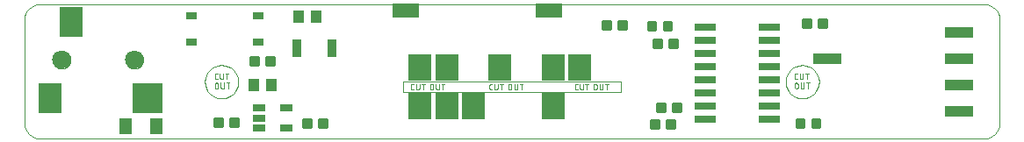
<source format=gts>
G04 EAGLE Gerber RS-274X export*
G75*
%MOMM*%
%FSLAX34Y34*%
%LPD*%
%INSolder Mask top*%
%IPPOS*%
%AMOC8*
5,1,8,0,0,1.08239X$1,22.5*%
G01*
%ADD10C,0.001000*%
%ADD11C,0.050800*%
%ADD12R,2.133600X0.762000*%
%ADD13R,1.301600X1.501600*%
%ADD14R,1.101600X0.701600*%
%ADD15C,0.326897*%
%ADD16R,2.801600X1.101600*%
%ADD17R,2.641600X1.371600*%
%ADD18R,1.301600X0.791600*%
%ADD19C,0.000000*%
%ADD20C,1.801600*%
%ADD21R,2.301600X2.901600*%
%ADD22R,2.901600X2.901600*%
%ADD23R,2.260600X2.641600*%
%ADD24R,0.901600X1.801600*%
%ADD25R,1.101600X1.201600*%


D10*
X23631Y143928D02*
X933481Y143928D01*
X936509Y143620D01*
X939335Y142739D01*
X941895Y141345D01*
X944128Y139500D01*
X945973Y137267D01*
X947367Y134707D01*
X948248Y131881D01*
X948556Y128853D01*
X948556Y29003D01*
X948248Y25975D01*
X947367Y23149D01*
X945973Y20589D01*
X944128Y18356D01*
X941895Y16511D01*
X939335Y15117D01*
X936509Y14236D01*
X933481Y13928D01*
X23631Y13928D01*
X20603Y14236D01*
X17777Y15117D01*
X15217Y16511D01*
X12984Y18356D01*
X11139Y20589D01*
X9745Y23149D01*
X8864Y25975D01*
X8556Y29003D01*
X8556Y128853D01*
X8864Y131881D01*
X9745Y134707D01*
X11139Y137267D01*
X12984Y139500D01*
X15217Y141345D01*
X17777Y142739D01*
X20603Y143620D01*
X23631Y143928D01*
X758556Y84978D02*
X761791Y84652D01*
X764803Y83717D01*
X767530Y82237D01*
X769905Y80277D01*
X771865Y77902D01*
X773345Y75175D01*
X774280Y72163D01*
X774606Y68928D01*
X774280Y65693D01*
X773345Y62681D01*
X771865Y59954D01*
X769905Y57579D01*
X767530Y55619D01*
X764803Y54139D01*
X761791Y53204D01*
X758556Y52878D01*
X755321Y53204D01*
X752309Y54139D01*
X749582Y55619D01*
X747207Y57579D01*
X745247Y59954D01*
X743767Y62681D01*
X742832Y65693D01*
X742506Y68928D01*
X742832Y72163D01*
X743767Y75175D01*
X745247Y77902D01*
X747207Y80277D01*
X749582Y82237D01*
X752309Y83717D01*
X755321Y84652D01*
X758556Y84978D01*
X201791Y84652D02*
X198556Y84978D01*
X201791Y84652D02*
X204803Y83717D01*
X207530Y82237D01*
X209905Y80277D01*
X211865Y77902D01*
X213345Y75175D01*
X214280Y72163D01*
X214606Y68928D01*
X214280Y65693D01*
X213345Y62681D01*
X211865Y59954D01*
X209905Y57579D01*
X207530Y55619D01*
X204803Y54139D01*
X201791Y53204D01*
X198556Y52878D01*
X195321Y53204D01*
X192309Y54139D01*
X189582Y55619D01*
X187207Y57579D01*
X185247Y59954D01*
X183767Y62681D01*
X182832Y65693D01*
X182506Y68928D01*
X182832Y72163D01*
X183767Y75175D01*
X185247Y77902D01*
X187207Y80277D01*
X189582Y82237D01*
X192309Y83717D01*
X195321Y84652D01*
X198556Y84978D01*
X373556Y58928D02*
X583556Y58928D01*
X583556Y68928D01*
X373556Y68928D01*
X373556Y58928D01*
X755425Y84670D02*
X758556Y84978D01*
X755425Y84670D02*
X752414Y83756D01*
X749639Y82273D01*
X747207Y80277D01*
X745211Y77845D01*
X743728Y75070D01*
X742814Y72059D01*
X742506Y68928D01*
X742814Y65797D01*
X743728Y62786D01*
X745211Y60011D01*
X747207Y57579D01*
X749639Y55583D01*
X752414Y54100D01*
X755425Y53186D01*
X758556Y52878D01*
X761687Y53186D01*
X764698Y54100D01*
X767473Y55583D01*
X769905Y57579D01*
X771901Y60011D01*
X773384Y62786D01*
X774298Y65797D01*
X774606Y68928D01*
X774298Y72059D01*
X773384Y75070D01*
X771901Y77845D01*
X769905Y80277D01*
X767473Y82273D01*
X764698Y83756D01*
X761687Y84670D01*
X758556Y84978D01*
X198556Y84978D02*
X195425Y84670D01*
X192414Y83756D01*
X189639Y82273D01*
X187207Y80277D01*
X185211Y77845D01*
X183728Y75070D01*
X182814Y72059D01*
X182506Y68928D01*
X182814Y65797D01*
X183728Y62786D01*
X185211Y60011D01*
X187207Y57579D01*
X189639Y55583D01*
X192414Y54100D01*
X195425Y53186D01*
X198556Y52878D01*
X201687Y53186D01*
X204698Y54100D01*
X207473Y55583D01*
X209905Y57579D01*
X211901Y60011D01*
X213384Y62786D01*
X214298Y65797D01*
X214606Y68928D01*
X214298Y72059D01*
X213384Y75070D01*
X211901Y77845D01*
X209905Y80277D01*
X207473Y82273D01*
X204698Y83756D01*
X201687Y84670D01*
X198556Y84978D01*
D11*
X194738Y71398D02*
X193496Y71398D01*
X193426Y71400D01*
X193357Y71406D01*
X193288Y71416D01*
X193220Y71429D01*
X193152Y71447D01*
X193086Y71468D01*
X193021Y71493D01*
X192957Y71521D01*
X192895Y71553D01*
X192835Y71588D01*
X192777Y71627D01*
X192722Y71669D01*
X192668Y71714D01*
X192618Y71762D01*
X192570Y71812D01*
X192525Y71866D01*
X192483Y71921D01*
X192444Y71979D01*
X192409Y72039D01*
X192377Y72101D01*
X192349Y72165D01*
X192324Y72230D01*
X192303Y72296D01*
X192285Y72364D01*
X192272Y72432D01*
X192262Y72501D01*
X192256Y72570D01*
X192254Y72640D01*
X192254Y75744D01*
X192256Y75814D01*
X192262Y75883D01*
X192272Y75952D01*
X192285Y76020D01*
X192303Y76088D01*
X192324Y76154D01*
X192349Y76219D01*
X192377Y76283D01*
X192409Y76345D01*
X192444Y76405D01*
X192483Y76463D01*
X192525Y76518D01*
X192570Y76572D01*
X192618Y76622D01*
X192668Y76670D01*
X192722Y76715D01*
X192777Y76757D01*
X192835Y76796D01*
X192895Y76831D01*
X192957Y76863D01*
X193021Y76891D01*
X193086Y76916D01*
X193152Y76937D01*
X193220Y76955D01*
X193288Y76968D01*
X193357Y76978D01*
X193426Y76984D01*
X193496Y76986D01*
X194738Y76986D01*
X197025Y76986D02*
X197025Y72950D01*
X197027Y72873D01*
X197033Y72795D01*
X197042Y72719D01*
X197056Y72642D01*
X197073Y72567D01*
X197094Y72493D01*
X197119Y72419D01*
X197147Y72347D01*
X197179Y72277D01*
X197214Y72208D01*
X197253Y72141D01*
X197295Y72076D01*
X197340Y72013D01*
X197388Y71952D01*
X197439Y71894D01*
X197493Y71839D01*
X197550Y71786D01*
X197609Y71737D01*
X197671Y71690D01*
X197735Y71646D01*
X197801Y71606D01*
X197869Y71569D01*
X197939Y71535D01*
X198010Y71505D01*
X198083Y71479D01*
X198157Y71456D01*
X198232Y71437D01*
X198307Y71422D01*
X198384Y71410D01*
X198461Y71402D01*
X198538Y71398D01*
X198616Y71398D01*
X198693Y71402D01*
X198770Y71410D01*
X198847Y71422D01*
X198922Y71437D01*
X198997Y71456D01*
X199071Y71479D01*
X199144Y71505D01*
X199215Y71535D01*
X199285Y71569D01*
X199353Y71606D01*
X199419Y71646D01*
X199483Y71690D01*
X199545Y71737D01*
X199604Y71786D01*
X199661Y71839D01*
X199715Y71894D01*
X199766Y71952D01*
X199814Y72013D01*
X199859Y72076D01*
X199901Y72141D01*
X199940Y72208D01*
X199975Y72277D01*
X200007Y72347D01*
X200035Y72419D01*
X200060Y72493D01*
X200081Y72567D01*
X200098Y72642D01*
X200112Y72719D01*
X200121Y72795D01*
X200127Y72873D01*
X200129Y72950D01*
X200130Y72950D02*
X200130Y76986D01*
X203881Y76986D02*
X203881Y71398D01*
X202329Y76986D02*
X205433Y76986D01*
X192254Y66290D02*
X192254Y63806D01*
X192254Y66290D02*
X192256Y66367D01*
X192262Y66445D01*
X192271Y66521D01*
X192285Y66598D01*
X192302Y66673D01*
X192323Y66747D01*
X192348Y66821D01*
X192376Y66893D01*
X192408Y66963D01*
X192443Y67032D01*
X192482Y67099D01*
X192524Y67164D01*
X192569Y67227D01*
X192617Y67288D01*
X192668Y67346D01*
X192722Y67401D01*
X192779Y67454D01*
X192838Y67503D01*
X192900Y67550D01*
X192964Y67594D01*
X193030Y67634D01*
X193098Y67671D01*
X193168Y67705D01*
X193239Y67735D01*
X193312Y67761D01*
X193386Y67784D01*
X193461Y67803D01*
X193536Y67818D01*
X193613Y67830D01*
X193690Y67838D01*
X193767Y67842D01*
X193845Y67842D01*
X193922Y67838D01*
X193999Y67830D01*
X194076Y67818D01*
X194151Y67803D01*
X194226Y67784D01*
X194300Y67761D01*
X194373Y67735D01*
X194444Y67705D01*
X194514Y67671D01*
X194582Y67634D01*
X194648Y67594D01*
X194712Y67550D01*
X194774Y67503D01*
X194833Y67454D01*
X194890Y67401D01*
X194944Y67346D01*
X194995Y67288D01*
X195043Y67227D01*
X195088Y67164D01*
X195130Y67099D01*
X195169Y67032D01*
X195204Y66963D01*
X195236Y66893D01*
X195264Y66821D01*
X195289Y66747D01*
X195310Y66673D01*
X195327Y66598D01*
X195341Y66521D01*
X195350Y66445D01*
X195356Y66367D01*
X195358Y66290D01*
X195358Y63806D01*
X195356Y63729D01*
X195350Y63651D01*
X195341Y63575D01*
X195327Y63498D01*
X195310Y63423D01*
X195289Y63349D01*
X195264Y63275D01*
X195236Y63203D01*
X195204Y63133D01*
X195169Y63064D01*
X195130Y62997D01*
X195088Y62932D01*
X195043Y62869D01*
X194995Y62808D01*
X194944Y62750D01*
X194890Y62695D01*
X194833Y62642D01*
X194774Y62593D01*
X194712Y62546D01*
X194648Y62502D01*
X194582Y62462D01*
X194514Y62425D01*
X194444Y62391D01*
X194373Y62361D01*
X194300Y62335D01*
X194226Y62312D01*
X194151Y62293D01*
X194076Y62278D01*
X193999Y62266D01*
X193922Y62258D01*
X193845Y62254D01*
X193767Y62254D01*
X193690Y62258D01*
X193613Y62266D01*
X193536Y62278D01*
X193461Y62293D01*
X193386Y62312D01*
X193312Y62335D01*
X193239Y62361D01*
X193168Y62391D01*
X193098Y62425D01*
X193030Y62462D01*
X192964Y62502D01*
X192900Y62546D01*
X192838Y62593D01*
X192779Y62642D01*
X192722Y62695D01*
X192668Y62750D01*
X192617Y62808D01*
X192569Y62869D01*
X192524Y62932D01*
X192482Y62997D01*
X192443Y63064D01*
X192408Y63133D01*
X192376Y63203D01*
X192348Y63275D01*
X192323Y63349D01*
X192302Y63423D01*
X192285Y63498D01*
X192271Y63575D01*
X192262Y63651D01*
X192256Y63729D01*
X192254Y63806D01*
X197923Y63806D02*
X197923Y67842D01*
X197923Y63806D02*
X197925Y63729D01*
X197931Y63651D01*
X197940Y63575D01*
X197954Y63498D01*
X197971Y63423D01*
X197992Y63349D01*
X198017Y63275D01*
X198045Y63203D01*
X198077Y63133D01*
X198112Y63064D01*
X198151Y62997D01*
X198193Y62932D01*
X198238Y62869D01*
X198286Y62808D01*
X198337Y62750D01*
X198391Y62695D01*
X198448Y62642D01*
X198507Y62593D01*
X198569Y62546D01*
X198633Y62502D01*
X198699Y62462D01*
X198767Y62425D01*
X198837Y62391D01*
X198908Y62361D01*
X198981Y62335D01*
X199055Y62312D01*
X199130Y62293D01*
X199205Y62278D01*
X199282Y62266D01*
X199359Y62258D01*
X199436Y62254D01*
X199514Y62254D01*
X199591Y62258D01*
X199668Y62266D01*
X199745Y62278D01*
X199820Y62293D01*
X199895Y62312D01*
X199969Y62335D01*
X200042Y62361D01*
X200113Y62391D01*
X200183Y62425D01*
X200251Y62462D01*
X200317Y62502D01*
X200381Y62546D01*
X200443Y62593D01*
X200502Y62642D01*
X200559Y62695D01*
X200613Y62750D01*
X200664Y62808D01*
X200712Y62869D01*
X200757Y62932D01*
X200799Y62997D01*
X200838Y63064D01*
X200873Y63133D01*
X200905Y63203D01*
X200933Y63275D01*
X200958Y63349D01*
X200979Y63423D01*
X200996Y63498D01*
X201010Y63575D01*
X201019Y63651D01*
X201025Y63729D01*
X201027Y63806D01*
X201028Y63806D02*
X201028Y67842D01*
X204779Y67842D02*
X204779Y62254D01*
X203227Y67842D02*
X206331Y67842D01*
X752496Y71398D02*
X753738Y71398D01*
X752496Y71398D02*
X752426Y71400D01*
X752357Y71406D01*
X752288Y71416D01*
X752220Y71429D01*
X752152Y71447D01*
X752086Y71468D01*
X752021Y71493D01*
X751957Y71521D01*
X751895Y71553D01*
X751835Y71588D01*
X751777Y71627D01*
X751722Y71669D01*
X751668Y71714D01*
X751618Y71762D01*
X751570Y71812D01*
X751525Y71866D01*
X751483Y71921D01*
X751444Y71979D01*
X751409Y72039D01*
X751377Y72101D01*
X751349Y72165D01*
X751324Y72230D01*
X751303Y72296D01*
X751285Y72364D01*
X751272Y72432D01*
X751262Y72501D01*
X751256Y72570D01*
X751254Y72640D01*
X751254Y75744D01*
X751256Y75814D01*
X751262Y75883D01*
X751272Y75952D01*
X751285Y76020D01*
X751303Y76088D01*
X751324Y76154D01*
X751349Y76219D01*
X751377Y76283D01*
X751409Y76345D01*
X751444Y76405D01*
X751483Y76463D01*
X751525Y76518D01*
X751570Y76572D01*
X751618Y76622D01*
X751668Y76670D01*
X751722Y76715D01*
X751777Y76757D01*
X751835Y76796D01*
X751895Y76831D01*
X751957Y76863D01*
X752021Y76891D01*
X752086Y76916D01*
X752152Y76937D01*
X752220Y76955D01*
X752288Y76968D01*
X752357Y76978D01*
X752426Y76984D01*
X752496Y76986D01*
X753738Y76986D01*
X756025Y76986D02*
X756025Y72950D01*
X756027Y72873D01*
X756033Y72795D01*
X756042Y72719D01*
X756056Y72642D01*
X756073Y72567D01*
X756094Y72493D01*
X756119Y72419D01*
X756147Y72347D01*
X756179Y72277D01*
X756214Y72208D01*
X756253Y72141D01*
X756295Y72076D01*
X756340Y72013D01*
X756388Y71952D01*
X756439Y71894D01*
X756493Y71839D01*
X756550Y71786D01*
X756609Y71737D01*
X756671Y71690D01*
X756735Y71646D01*
X756801Y71606D01*
X756869Y71569D01*
X756939Y71535D01*
X757010Y71505D01*
X757083Y71479D01*
X757157Y71456D01*
X757232Y71437D01*
X757307Y71422D01*
X757384Y71410D01*
X757461Y71402D01*
X757538Y71398D01*
X757616Y71398D01*
X757693Y71402D01*
X757770Y71410D01*
X757847Y71422D01*
X757922Y71437D01*
X757997Y71456D01*
X758071Y71479D01*
X758144Y71505D01*
X758215Y71535D01*
X758285Y71569D01*
X758353Y71606D01*
X758419Y71646D01*
X758483Y71690D01*
X758545Y71737D01*
X758604Y71786D01*
X758661Y71839D01*
X758715Y71894D01*
X758766Y71952D01*
X758814Y72013D01*
X758859Y72076D01*
X758901Y72141D01*
X758940Y72208D01*
X758975Y72277D01*
X759007Y72347D01*
X759035Y72419D01*
X759060Y72493D01*
X759081Y72567D01*
X759098Y72642D01*
X759112Y72719D01*
X759121Y72795D01*
X759127Y72873D01*
X759129Y72950D01*
X759130Y72950D02*
X759130Y76986D01*
X762881Y76986D02*
X762881Y71398D01*
X761329Y76986D02*
X764433Y76986D01*
X751254Y66290D02*
X751254Y63806D01*
X751254Y66290D02*
X751256Y66367D01*
X751262Y66445D01*
X751271Y66521D01*
X751285Y66598D01*
X751302Y66673D01*
X751323Y66747D01*
X751348Y66821D01*
X751376Y66893D01*
X751408Y66963D01*
X751443Y67032D01*
X751482Y67099D01*
X751524Y67164D01*
X751569Y67227D01*
X751617Y67288D01*
X751668Y67346D01*
X751722Y67401D01*
X751779Y67454D01*
X751838Y67503D01*
X751900Y67550D01*
X751964Y67594D01*
X752030Y67634D01*
X752098Y67671D01*
X752168Y67705D01*
X752239Y67735D01*
X752312Y67761D01*
X752386Y67784D01*
X752461Y67803D01*
X752536Y67818D01*
X752613Y67830D01*
X752690Y67838D01*
X752767Y67842D01*
X752845Y67842D01*
X752922Y67838D01*
X752999Y67830D01*
X753076Y67818D01*
X753151Y67803D01*
X753226Y67784D01*
X753300Y67761D01*
X753373Y67735D01*
X753444Y67705D01*
X753514Y67671D01*
X753582Y67634D01*
X753648Y67594D01*
X753712Y67550D01*
X753774Y67503D01*
X753833Y67454D01*
X753890Y67401D01*
X753944Y67346D01*
X753995Y67288D01*
X754043Y67227D01*
X754088Y67164D01*
X754130Y67099D01*
X754169Y67032D01*
X754204Y66963D01*
X754236Y66893D01*
X754264Y66821D01*
X754289Y66747D01*
X754310Y66673D01*
X754327Y66598D01*
X754341Y66521D01*
X754350Y66445D01*
X754356Y66367D01*
X754358Y66290D01*
X754358Y63806D01*
X754356Y63729D01*
X754350Y63651D01*
X754341Y63575D01*
X754327Y63498D01*
X754310Y63423D01*
X754289Y63349D01*
X754264Y63275D01*
X754236Y63203D01*
X754204Y63133D01*
X754169Y63064D01*
X754130Y62997D01*
X754088Y62932D01*
X754043Y62869D01*
X753995Y62808D01*
X753944Y62750D01*
X753890Y62695D01*
X753833Y62642D01*
X753774Y62593D01*
X753712Y62546D01*
X753648Y62502D01*
X753582Y62462D01*
X753514Y62425D01*
X753444Y62391D01*
X753373Y62361D01*
X753300Y62335D01*
X753226Y62312D01*
X753151Y62293D01*
X753076Y62278D01*
X752999Y62266D01*
X752922Y62258D01*
X752845Y62254D01*
X752767Y62254D01*
X752690Y62258D01*
X752613Y62266D01*
X752536Y62278D01*
X752461Y62293D01*
X752386Y62312D01*
X752312Y62335D01*
X752239Y62361D01*
X752168Y62391D01*
X752098Y62425D01*
X752030Y62462D01*
X751964Y62502D01*
X751900Y62546D01*
X751838Y62593D01*
X751779Y62642D01*
X751722Y62695D01*
X751668Y62750D01*
X751617Y62808D01*
X751569Y62869D01*
X751524Y62932D01*
X751482Y62997D01*
X751443Y63064D01*
X751408Y63133D01*
X751376Y63203D01*
X751348Y63275D01*
X751323Y63349D01*
X751302Y63423D01*
X751285Y63498D01*
X751271Y63575D01*
X751262Y63651D01*
X751256Y63729D01*
X751254Y63806D01*
X756923Y63806D02*
X756923Y67842D01*
X756923Y63806D02*
X756925Y63729D01*
X756931Y63651D01*
X756940Y63575D01*
X756954Y63498D01*
X756971Y63423D01*
X756992Y63349D01*
X757017Y63275D01*
X757045Y63203D01*
X757077Y63133D01*
X757112Y63064D01*
X757151Y62997D01*
X757193Y62932D01*
X757238Y62869D01*
X757286Y62808D01*
X757337Y62750D01*
X757391Y62695D01*
X757448Y62642D01*
X757507Y62593D01*
X757569Y62546D01*
X757633Y62502D01*
X757699Y62462D01*
X757767Y62425D01*
X757837Y62391D01*
X757908Y62361D01*
X757981Y62335D01*
X758055Y62312D01*
X758130Y62293D01*
X758205Y62278D01*
X758282Y62266D01*
X758359Y62258D01*
X758436Y62254D01*
X758514Y62254D01*
X758591Y62258D01*
X758668Y62266D01*
X758745Y62278D01*
X758820Y62293D01*
X758895Y62312D01*
X758969Y62335D01*
X759042Y62361D01*
X759113Y62391D01*
X759183Y62425D01*
X759251Y62462D01*
X759317Y62502D01*
X759381Y62546D01*
X759443Y62593D01*
X759502Y62642D01*
X759559Y62695D01*
X759613Y62750D01*
X759664Y62808D01*
X759712Y62869D01*
X759757Y62932D01*
X759799Y62997D01*
X759838Y63064D01*
X759873Y63133D01*
X759905Y63203D01*
X759933Y63275D01*
X759958Y63349D01*
X759979Y63423D01*
X759996Y63498D01*
X760010Y63575D01*
X760019Y63651D01*
X760025Y63729D01*
X760027Y63806D01*
X760028Y63806D02*
X760028Y67842D01*
X763779Y67842D02*
X763779Y62254D01*
X762227Y67842D02*
X765331Y67842D01*
X383965Y61278D02*
X382724Y61278D01*
X382724Y61277D02*
X382654Y61279D01*
X382585Y61285D01*
X382516Y61295D01*
X382448Y61308D01*
X382380Y61326D01*
X382314Y61347D01*
X382249Y61372D01*
X382185Y61400D01*
X382123Y61432D01*
X382063Y61467D01*
X382005Y61506D01*
X381950Y61548D01*
X381896Y61593D01*
X381846Y61641D01*
X381798Y61691D01*
X381753Y61745D01*
X381711Y61800D01*
X381672Y61858D01*
X381637Y61918D01*
X381605Y61980D01*
X381577Y62044D01*
X381552Y62109D01*
X381531Y62175D01*
X381513Y62243D01*
X381500Y62311D01*
X381490Y62380D01*
X381484Y62449D01*
X381482Y62519D01*
X381482Y65624D01*
X381484Y65694D01*
X381490Y65763D01*
X381500Y65832D01*
X381513Y65900D01*
X381531Y65968D01*
X381552Y66034D01*
X381577Y66099D01*
X381605Y66163D01*
X381637Y66225D01*
X381672Y66285D01*
X381711Y66343D01*
X381753Y66398D01*
X381798Y66452D01*
X381846Y66502D01*
X381896Y66550D01*
X381950Y66595D01*
X382005Y66637D01*
X382063Y66676D01*
X382123Y66711D01*
X382185Y66743D01*
X382249Y66771D01*
X382314Y66796D01*
X382380Y66817D01*
X382448Y66835D01*
X382516Y66848D01*
X382585Y66858D01*
X382654Y66864D01*
X382724Y66866D01*
X383965Y66866D01*
X386253Y66866D02*
X386253Y62830D01*
X386255Y62753D01*
X386261Y62675D01*
X386270Y62599D01*
X386284Y62522D01*
X386301Y62447D01*
X386322Y62373D01*
X386347Y62299D01*
X386375Y62227D01*
X386407Y62157D01*
X386442Y62088D01*
X386481Y62021D01*
X386523Y61956D01*
X386568Y61893D01*
X386616Y61832D01*
X386667Y61774D01*
X386721Y61719D01*
X386778Y61666D01*
X386837Y61617D01*
X386899Y61570D01*
X386963Y61526D01*
X387029Y61486D01*
X387097Y61449D01*
X387167Y61415D01*
X387238Y61385D01*
X387311Y61359D01*
X387385Y61336D01*
X387460Y61317D01*
X387535Y61302D01*
X387612Y61290D01*
X387689Y61282D01*
X387766Y61278D01*
X387844Y61278D01*
X387921Y61282D01*
X387998Y61290D01*
X388075Y61302D01*
X388150Y61317D01*
X388225Y61336D01*
X388299Y61359D01*
X388372Y61385D01*
X388443Y61415D01*
X388513Y61449D01*
X388581Y61486D01*
X388647Y61526D01*
X388711Y61570D01*
X388773Y61617D01*
X388832Y61666D01*
X388889Y61719D01*
X388943Y61774D01*
X388994Y61832D01*
X389042Y61893D01*
X389087Y61956D01*
X389129Y62021D01*
X389168Y62088D01*
X389203Y62157D01*
X389235Y62227D01*
X389263Y62299D01*
X389288Y62373D01*
X389309Y62447D01*
X389326Y62522D01*
X389340Y62599D01*
X389349Y62675D01*
X389355Y62753D01*
X389357Y62830D01*
X389357Y66866D01*
X393109Y66866D02*
X393109Y61278D01*
X391556Y66866D02*
X394661Y66866D01*
X399603Y65313D02*
X399603Y62830D01*
X399603Y65313D02*
X399605Y65390D01*
X399611Y65468D01*
X399620Y65544D01*
X399634Y65621D01*
X399651Y65696D01*
X399672Y65770D01*
X399697Y65844D01*
X399725Y65916D01*
X399757Y65986D01*
X399792Y66055D01*
X399831Y66122D01*
X399873Y66187D01*
X399918Y66250D01*
X399966Y66311D01*
X400017Y66369D01*
X400071Y66424D01*
X400128Y66477D01*
X400187Y66526D01*
X400249Y66573D01*
X400313Y66617D01*
X400379Y66657D01*
X400447Y66694D01*
X400517Y66728D01*
X400588Y66758D01*
X400661Y66784D01*
X400735Y66807D01*
X400810Y66826D01*
X400885Y66841D01*
X400962Y66853D01*
X401039Y66861D01*
X401116Y66865D01*
X401194Y66865D01*
X401271Y66861D01*
X401348Y66853D01*
X401425Y66841D01*
X401500Y66826D01*
X401575Y66807D01*
X401649Y66784D01*
X401722Y66758D01*
X401793Y66728D01*
X401863Y66694D01*
X401931Y66657D01*
X401997Y66617D01*
X402061Y66573D01*
X402123Y66526D01*
X402182Y66477D01*
X402239Y66424D01*
X402293Y66369D01*
X402344Y66311D01*
X402392Y66250D01*
X402437Y66187D01*
X402479Y66122D01*
X402518Y66055D01*
X402553Y65986D01*
X402585Y65916D01*
X402613Y65844D01*
X402638Y65770D01*
X402659Y65696D01*
X402676Y65621D01*
X402690Y65544D01*
X402699Y65468D01*
X402705Y65390D01*
X402707Y65313D01*
X402707Y62830D01*
X402705Y62753D01*
X402699Y62675D01*
X402690Y62599D01*
X402676Y62522D01*
X402659Y62447D01*
X402638Y62373D01*
X402613Y62299D01*
X402585Y62227D01*
X402553Y62157D01*
X402518Y62088D01*
X402479Y62021D01*
X402437Y61956D01*
X402392Y61893D01*
X402344Y61832D01*
X402293Y61774D01*
X402239Y61719D01*
X402182Y61666D01*
X402123Y61617D01*
X402061Y61570D01*
X401997Y61526D01*
X401931Y61486D01*
X401863Y61449D01*
X401793Y61415D01*
X401722Y61385D01*
X401649Y61359D01*
X401575Y61336D01*
X401500Y61317D01*
X401425Y61302D01*
X401348Y61290D01*
X401271Y61282D01*
X401194Y61278D01*
X401116Y61278D01*
X401039Y61282D01*
X400962Y61290D01*
X400885Y61302D01*
X400810Y61317D01*
X400735Y61336D01*
X400661Y61359D01*
X400588Y61385D01*
X400517Y61415D01*
X400447Y61449D01*
X400379Y61486D01*
X400313Y61526D01*
X400249Y61570D01*
X400187Y61617D01*
X400128Y61666D01*
X400071Y61719D01*
X400017Y61774D01*
X399966Y61832D01*
X399918Y61893D01*
X399873Y61956D01*
X399831Y62021D01*
X399792Y62088D01*
X399757Y62157D01*
X399725Y62227D01*
X399697Y62299D01*
X399672Y62373D01*
X399651Y62447D01*
X399634Y62522D01*
X399620Y62599D01*
X399611Y62675D01*
X399605Y62753D01*
X399603Y62830D01*
X405272Y62830D02*
X405272Y66866D01*
X405273Y62830D02*
X405275Y62753D01*
X405281Y62675D01*
X405290Y62599D01*
X405304Y62522D01*
X405321Y62447D01*
X405342Y62373D01*
X405367Y62299D01*
X405395Y62227D01*
X405427Y62157D01*
X405462Y62088D01*
X405501Y62021D01*
X405543Y61956D01*
X405588Y61893D01*
X405636Y61832D01*
X405687Y61774D01*
X405741Y61719D01*
X405798Y61666D01*
X405857Y61617D01*
X405919Y61570D01*
X405983Y61526D01*
X406049Y61486D01*
X406117Y61449D01*
X406187Y61415D01*
X406258Y61385D01*
X406331Y61359D01*
X406405Y61336D01*
X406480Y61317D01*
X406555Y61302D01*
X406632Y61290D01*
X406709Y61282D01*
X406786Y61278D01*
X406864Y61278D01*
X406941Y61282D01*
X407018Y61290D01*
X407095Y61302D01*
X407170Y61317D01*
X407245Y61336D01*
X407319Y61359D01*
X407392Y61385D01*
X407463Y61415D01*
X407533Y61449D01*
X407601Y61486D01*
X407667Y61526D01*
X407731Y61570D01*
X407793Y61617D01*
X407852Y61666D01*
X407909Y61719D01*
X407963Y61774D01*
X408014Y61832D01*
X408062Y61893D01*
X408107Y61956D01*
X408149Y62021D01*
X408188Y62088D01*
X408223Y62157D01*
X408255Y62227D01*
X408283Y62299D01*
X408308Y62373D01*
X408329Y62447D01*
X408346Y62522D01*
X408360Y62599D01*
X408369Y62675D01*
X408375Y62753D01*
X408377Y62830D01*
X408377Y66866D01*
X412128Y66866D02*
X412128Y61278D01*
X410576Y66866D02*
X413680Y66866D01*
X540496Y61254D02*
X541738Y61254D01*
X540496Y61254D02*
X540426Y61256D01*
X540357Y61262D01*
X540288Y61272D01*
X540220Y61285D01*
X540152Y61303D01*
X540086Y61324D01*
X540021Y61349D01*
X539957Y61377D01*
X539895Y61409D01*
X539835Y61444D01*
X539777Y61483D01*
X539722Y61525D01*
X539668Y61570D01*
X539618Y61618D01*
X539570Y61668D01*
X539525Y61722D01*
X539483Y61777D01*
X539444Y61835D01*
X539409Y61895D01*
X539377Y61957D01*
X539349Y62021D01*
X539324Y62086D01*
X539303Y62152D01*
X539285Y62220D01*
X539272Y62288D01*
X539262Y62357D01*
X539256Y62426D01*
X539254Y62496D01*
X539254Y65600D01*
X539256Y65670D01*
X539262Y65739D01*
X539272Y65808D01*
X539285Y65876D01*
X539303Y65944D01*
X539324Y66010D01*
X539349Y66075D01*
X539377Y66139D01*
X539409Y66201D01*
X539444Y66261D01*
X539483Y66319D01*
X539525Y66374D01*
X539570Y66428D01*
X539618Y66478D01*
X539668Y66526D01*
X539722Y66571D01*
X539777Y66613D01*
X539835Y66652D01*
X539895Y66687D01*
X539957Y66719D01*
X540021Y66747D01*
X540086Y66772D01*
X540152Y66793D01*
X540220Y66811D01*
X540288Y66824D01*
X540357Y66834D01*
X540426Y66840D01*
X540496Y66842D01*
X541738Y66842D01*
X544025Y66842D02*
X544025Y62806D01*
X544027Y62729D01*
X544033Y62651D01*
X544042Y62575D01*
X544056Y62498D01*
X544073Y62423D01*
X544094Y62349D01*
X544119Y62275D01*
X544147Y62203D01*
X544179Y62133D01*
X544214Y62064D01*
X544253Y61997D01*
X544295Y61932D01*
X544340Y61869D01*
X544388Y61808D01*
X544439Y61750D01*
X544493Y61695D01*
X544550Y61642D01*
X544609Y61593D01*
X544671Y61546D01*
X544735Y61502D01*
X544801Y61462D01*
X544869Y61425D01*
X544939Y61391D01*
X545010Y61361D01*
X545083Y61335D01*
X545157Y61312D01*
X545232Y61293D01*
X545307Y61278D01*
X545384Y61266D01*
X545461Y61258D01*
X545538Y61254D01*
X545616Y61254D01*
X545693Y61258D01*
X545770Y61266D01*
X545847Y61278D01*
X545922Y61293D01*
X545997Y61312D01*
X546071Y61335D01*
X546144Y61361D01*
X546215Y61391D01*
X546285Y61425D01*
X546353Y61462D01*
X546419Y61502D01*
X546483Y61546D01*
X546545Y61593D01*
X546604Y61642D01*
X546661Y61695D01*
X546715Y61750D01*
X546766Y61808D01*
X546814Y61869D01*
X546859Y61932D01*
X546901Y61997D01*
X546940Y62064D01*
X546975Y62133D01*
X547007Y62203D01*
X547035Y62275D01*
X547060Y62349D01*
X547081Y62423D01*
X547098Y62498D01*
X547112Y62575D01*
X547121Y62651D01*
X547127Y62729D01*
X547129Y62806D01*
X547130Y62806D02*
X547130Y66842D01*
X550881Y66842D02*
X550881Y61254D01*
X549329Y66842D02*
X552433Y66842D01*
X557375Y65290D02*
X557375Y62806D01*
X557375Y65290D02*
X557377Y65367D01*
X557383Y65445D01*
X557392Y65521D01*
X557406Y65598D01*
X557423Y65673D01*
X557444Y65747D01*
X557469Y65821D01*
X557497Y65893D01*
X557529Y65963D01*
X557564Y66032D01*
X557603Y66099D01*
X557645Y66164D01*
X557690Y66227D01*
X557738Y66288D01*
X557789Y66346D01*
X557843Y66401D01*
X557900Y66454D01*
X557959Y66503D01*
X558021Y66550D01*
X558085Y66594D01*
X558151Y66634D01*
X558219Y66671D01*
X558289Y66705D01*
X558360Y66735D01*
X558433Y66761D01*
X558507Y66784D01*
X558582Y66803D01*
X558657Y66818D01*
X558734Y66830D01*
X558811Y66838D01*
X558888Y66842D01*
X558966Y66842D01*
X559043Y66838D01*
X559120Y66830D01*
X559197Y66818D01*
X559272Y66803D01*
X559347Y66784D01*
X559421Y66761D01*
X559494Y66735D01*
X559565Y66705D01*
X559635Y66671D01*
X559703Y66634D01*
X559769Y66594D01*
X559833Y66550D01*
X559895Y66503D01*
X559954Y66454D01*
X560011Y66401D01*
X560065Y66346D01*
X560116Y66288D01*
X560164Y66227D01*
X560209Y66164D01*
X560251Y66099D01*
X560290Y66032D01*
X560325Y65963D01*
X560357Y65893D01*
X560385Y65821D01*
X560410Y65747D01*
X560431Y65673D01*
X560448Y65598D01*
X560462Y65521D01*
X560471Y65445D01*
X560477Y65367D01*
X560479Y65290D01*
X560480Y65290D02*
X560480Y62806D01*
X560479Y62806D02*
X560477Y62729D01*
X560471Y62651D01*
X560462Y62575D01*
X560448Y62498D01*
X560431Y62423D01*
X560410Y62349D01*
X560385Y62275D01*
X560357Y62203D01*
X560325Y62133D01*
X560290Y62064D01*
X560251Y61997D01*
X560209Y61932D01*
X560164Y61869D01*
X560116Y61808D01*
X560065Y61750D01*
X560011Y61695D01*
X559954Y61642D01*
X559895Y61593D01*
X559833Y61546D01*
X559769Y61502D01*
X559703Y61462D01*
X559635Y61425D01*
X559565Y61391D01*
X559494Y61361D01*
X559421Y61335D01*
X559347Y61312D01*
X559272Y61293D01*
X559197Y61278D01*
X559120Y61266D01*
X559043Y61258D01*
X558966Y61254D01*
X558888Y61254D01*
X558811Y61258D01*
X558734Y61266D01*
X558657Y61278D01*
X558582Y61293D01*
X558507Y61312D01*
X558433Y61335D01*
X558360Y61361D01*
X558289Y61391D01*
X558219Y61425D01*
X558151Y61462D01*
X558085Y61502D01*
X558021Y61546D01*
X557959Y61593D01*
X557900Y61642D01*
X557843Y61695D01*
X557789Y61750D01*
X557738Y61808D01*
X557690Y61869D01*
X557645Y61932D01*
X557603Y61997D01*
X557564Y62064D01*
X557529Y62133D01*
X557497Y62203D01*
X557469Y62275D01*
X557444Y62349D01*
X557423Y62423D01*
X557406Y62498D01*
X557392Y62575D01*
X557383Y62651D01*
X557377Y62729D01*
X557375Y62806D01*
X563045Y62806D02*
X563045Y66842D01*
X563045Y62806D02*
X563047Y62729D01*
X563053Y62651D01*
X563062Y62575D01*
X563076Y62498D01*
X563093Y62423D01*
X563114Y62349D01*
X563139Y62275D01*
X563167Y62203D01*
X563199Y62133D01*
X563234Y62064D01*
X563273Y61997D01*
X563315Y61932D01*
X563360Y61869D01*
X563408Y61808D01*
X563459Y61750D01*
X563513Y61695D01*
X563570Y61642D01*
X563629Y61593D01*
X563691Y61546D01*
X563755Y61502D01*
X563821Y61462D01*
X563889Y61425D01*
X563959Y61391D01*
X564030Y61361D01*
X564103Y61335D01*
X564177Y61312D01*
X564252Y61293D01*
X564327Y61278D01*
X564404Y61266D01*
X564481Y61258D01*
X564558Y61254D01*
X564636Y61254D01*
X564713Y61258D01*
X564790Y61266D01*
X564867Y61278D01*
X564942Y61293D01*
X565017Y61312D01*
X565091Y61335D01*
X565164Y61361D01*
X565235Y61391D01*
X565305Y61425D01*
X565373Y61462D01*
X565439Y61502D01*
X565503Y61546D01*
X565565Y61593D01*
X565624Y61642D01*
X565681Y61695D01*
X565735Y61750D01*
X565786Y61808D01*
X565834Y61869D01*
X565879Y61932D01*
X565921Y61997D01*
X565960Y62064D01*
X565995Y62133D01*
X566027Y62203D01*
X566055Y62275D01*
X566080Y62349D01*
X566101Y62423D01*
X566118Y62498D01*
X566132Y62575D01*
X566141Y62651D01*
X566147Y62729D01*
X566149Y62806D01*
X566149Y66842D01*
X569900Y66842D02*
X569900Y61254D01*
X568348Y66842D02*
X571452Y66842D01*
X459463Y61142D02*
X458221Y61142D01*
X458151Y61144D01*
X458082Y61150D01*
X458013Y61160D01*
X457945Y61173D01*
X457877Y61191D01*
X457811Y61212D01*
X457746Y61237D01*
X457682Y61265D01*
X457620Y61297D01*
X457560Y61332D01*
X457502Y61371D01*
X457447Y61413D01*
X457393Y61458D01*
X457343Y61506D01*
X457295Y61556D01*
X457250Y61610D01*
X457208Y61665D01*
X457169Y61723D01*
X457134Y61783D01*
X457102Y61845D01*
X457074Y61909D01*
X457049Y61974D01*
X457028Y62040D01*
X457010Y62108D01*
X456997Y62176D01*
X456987Y62245D01*
X456981Y62314D01*
X456979Y62384D01*
X456979Y65488D01*
X456981Y65558D01*
X456987Y65627D01*
X456997Y65696D01*
X457010Y65764D01*
X457028Y65832D01*
X457049Y65898D01*
X457074Y65963D01*
X457102Y66027D01*
X457134Y66089D01*
X457169Y66149D01*
X457208Y66207D01*
X457250Y66262D01*
X457295Y66316D01*
X457343Y66366D01*
X457393Y66414D01*
X457447Y66459D01*
X457502Y66501D01*
X457560Y66540D01*
X457620Y66575D01*
X457682Y66607D01*
X457746Y66635D01*
X457811Y66660D01*
X457877Y66681D01*
X457945Y66699D01*
X458013Y66712D01*
X458082Y66722D01*
X458151Y66728D01*
X458221Y66730D01*
X459463Y66730D01*
X461750Y66730D02*
X461750Y62694D01*
X461751Y62694D02*
X461753Y62617D01*
X461759Y62539D01*
X461768Y62463D01*
X461782Y62386D01*
X461799Y62311D01*
X461820Y62237D01*
X461845Y62163D01*
X461873Y62091D01*
X461905Y62021D01*
X461940Y61952D01*
X461979Y61885D01*
X462021Y61820D01*
X462066Y61757D01*
X462114Y61696D01*
X462165Y61638D01*
X462219Y61583D01*
X462276Y61530D01*
X462335Y61481D01*
X462397Y61434D01*
X462461Y61390D01*
X462527Y61350D01*
X462595Y61313D01*
X462665Y61279D01*
X462736Y61249D01*
X462809Y61223D01*
X462883Y61200D01*
X462958Y61181D01*
X463033Y61166D01*
X463110Y61154D01*
X463187Y61146D01*
X463264Y61142D01*
X463342Y61142D01*
X463419Y61146D01*
X463496Y61154D01*
X463573Y61166D01*
X463648Y61181D01*
X463723Y61200D01*
X463797Y61223D01*
X463870Y61249D01*
X463941Y61279D01*
X464011Y61313D01*
X464079Y61350D01*
X464145Y61390D01*
X464209Y61434D01*
X464271Y61481D01*
X464330Y61530D01*
X464387Y61583D01*
X464441Y61638D01*
X464492Y61696D01*
X464540Y61757D01*
X464585Y61820D01*
X464627Y61885D01*
X464666Y61952D01*
X464701Y62021D01*
X464733Y62091D01*
X464761Y62163D01*
X464786Y62237D01*
X464807Y62311D01*
X464824Y62386D01*
X464838Y62463D01*
X464847Y62539D01*
X464853Y62617D01*
X464855Y62694D01*
X464855Y66730D01*
X468606Y66730D02*
X468606Y61142D01*
X467054Y66730D02*
X470158Y66730D01*
X475100Y65178D02*
X475100Y62694D01*
X475101Y65178D02*
X475103Y65255D01*
X475109Y65333D01*
X475118Y65409D01*
X475132Y65486D01*
X475149Y65561D01*
X475170Y65635D01*
X475195Y65709D01*
X475223Y65781D01*
X475255Y65851D01*
X475290Y65920D01*
X475329Y65987D01*
X475371Y66052D01*
X475416Y66115D01*
X475464Y66176D01*
X475515Y66234D01*
X475569Y66289D01*
X475626Y66342D01*
X475685Y66391D01*
X475747Y66438D01*
X475811Y66482D01*
X475877Y66522D01*
X475945Y66559D01*
X476015Y66593D01*
X476086Y66623D01*
X476159Y66649D01*
X476233Y66672D01*
X476308Y66691D01*
X476383Y66706D01*
X476460Y66718D01*
X476537Y66726D01*
X476614Y66730D01*
X476692Y66730D01*
X476769Y66726D01*
X476846Y66718D01*
X476923Y66706D01*
X476998Y66691D01*
X477073Y66672D01*
X477147Y66649D01*
X477220Y66623D01*
X477291Y66593D01*
X477361Y66559D01*
X477429Y66522D01*
X477495Y66482D01*
X477559Y66438D01*
X477621Y66391D01*
X477680Y66342D01*
X477737Y66289D01*
X477791Y66234D01*
X477842Y66176D01*
X477890Y66115D01*
X477935Y66052D01*
X477977Y65987D01*
X478016Y65920D01*
X478051Y65851D01*
X478083Y65781D01*
X478111Y65709D01*
X478136Y65635D01*
X478157Y65561D01*
X478174Y65486D01*
X478188Y65409D01*
X478197Y65333D01*
X478203Y65255D01*
X478205Y65178D01*
X478205Y62694D01*
X478203Y62617D01*
X478197Y62539D01*
X478188Y62463D01*
X478174Y62386D01*
X478157Y62311D01*
X478136Y62237D01*
X478111Y62163D01*
X478083Y62091D01*
X478051Y62021D01*
X478016Y61952D01*
X477977Y61885D01*
X477935Y61820D01*
X477890Y61757D01*
X477842Y61696D01*
X477791Y61638D01*
X477737Y61583D01*
X477680Y61530D01*
X477621Y61481D01*
X477559Y61434D01*
X477495Y61390D01*
X477429Y61350D01*
X477361Y61313D01*
X477291Y61279D01*
X477220Y61249D01*
X477147Y61223D01*
X477073Y61200D01*
X476998Y61181D01*
X476923Y61166D01*
X476846Y61154D01*
X476769Y61146D01*
X476692Y61142D01*
X476614Y61142D01*
X476537Y61146D01*
X476460Y61154D01*
X476383Y61166D01*
X476308Y61181D01*
X476233Y61200D01*
X476159Y61223D01*
X476086Y61249D01*
X476015Y61279D01*
X475945Y61313D01*
X475877Y61350D01*
X475811Y61390D01*
X475747Y61434D01*
X475685Y61481D01*
X475626Y61530D01*
X475569Y61583D01*
X475515Y61638D01*
X475464Y61696D01*
X475416Y61757D01*
X475371Y61820D01*
X475329Y61885D01*
X475290Y61952D01*
X475255Y62021D01*
X475223Y62091D01*
X475195Y62163D01*
X475170Y62237D01*
X475149Y62311D01*
X475132Y62386D01*
X475118Y62463D01*
X475109Y62539D01*
X475103Y62617D01*
X475101Y62694D01*
X480770Y62694D02*
X480770Y66730D01*
X480770Y62694D02*
X480772Y62617D01*
X480778Y62539D01*
X480787Y62463D01*
X480801Y62386D01*
X480818Y62311D01*
X480839Y62237D01*
X480864Y62163D01*
X480892Y62091D01*
X480924Y62021D01*
X480959Y61952D01*
X480998Y61885D01*
X481040Y61820D01*
X481085Y61757D01*
X481133Y61696D01*
X481184Y61638D01*
X481238Y61583D01*
X481295Y61530D01*
X481354Y61481D01*
X481416Y61434D01*
X481480Y61390D01*
X481546Y61350D01*
X481614Y61313D01*
X481684Y61279D01*
X481755Y61249D01*
X481828Y61223D01*
X481902Y61200D01*
X481977Y61181D01*
X482052Y61166D01*
X482129Y61154D01*
X482206Y61146D01*
X482283Y61142D01*
X482361Y61142D01*
X482438Y61146D01*
X482515Y61154D01*
X482592Y61166D01*
X482667Y61181D01*
X482742Y61200D01*
X482816Y61223D01*
X482889Y61249D01*
X482960Y61279D01*
X483030Y61313D01*
X483098Y61350D01*
X483164Y61390D01*
X483228Y61434D01*
X483290Y61481D01*
X483349Y61530D01*
X483406Y61583D01*
X483460Y61638D01*
X483511Y61696D01*
X483559Y61757D01*
X483604Y61820D01*
X483646Y61885D01*
X483685Y61952D01*
X483720Y62021D01*
X483752Y62091D01*
X483780Y62163D01*
X483805Y62237D01*
X483826Y62311D01*
X483843Y62386D01*
X483857Y62463D01*
X483866Y62539D01*
X483872Y62617D01*
X483874Y62694D01*
X483874Y66730D01*
X487625Y66730D02*
X487625Y61142D01*
X486073Y66730D02*
X489178Y66730D01*
D12*
X726678Y32712D03*
X665210Y32712D03*
X726678Y45412D03*
X726678Y58112D03*
X665210Y45412D03*
X665210Y58112D03*
X726678Y70812D03*
X665210Y70812D03*
X726678Y83512D03*
X665210Y83512D03*
X726678Y96212D03*
X726678Y108912D03*
X665210Y96212D03*
X665210Y108912D03*
X726678Y121612D03*
X665210Y121612D03*
D13*
X106038Y26010D03*
X136038Y26010D03*
D14*
X234146Y106858D03*
X234146Y132258D03*
X169346Y132258D03*
X169346Y106858D03*
D15*
X581797Y126253D02*
X588435Y126253D01*
X588435Y119615D01*
X581797Y119615D01*
X581797Y126253D01*
X581797Y122721D02*
X588435Y122721D01*
X588435Y125827D02*
X581797Y125827D01*
X573195Y126253D02*
X566557Y126253D01*
X573195Y126253D02*
X573195Y119615D01*
X566557Y119615D01*
X566557Y126253D01*
X566557Y122721D02*
X573195Y122721D01*
X573195Y125827D02*
X566557Y125827D01*
X775251Y128507D02*
X781889Y128507D01*
X781889Y121869D01*
X775251Y121869D01*
X775251Y128507D01*
X775251Y124975D02*
X781889Y124975D01*
X781889Y128081D02*
X775251Y128081D01*
X766649Y128507D02*
X760011Y128507D01*
X766649Y128507D02*
X766649Y121869D01*
X760011Y121869D01*
X760011Y128507D01*
X760011Y124975D02*
X766649Y124975D01*
X766649Y128081D02*
X760011Y128081D01*
X248789Y91859D02*
X242151Y91859D01*
X248789Y91859D02*
X248789Y85221D01*
X242151Y85221D01*
X242151Y91859D01*
X242151Y88327D02*
X248789Y88327D01*
X248789Y91433D02*
X242151Y91433D01*
X233549Y91859D02*
X226911Y91859D01*
X233549Y91859D02*
X233549Y85221D01*
X226911Y85221D01*
X226911Y91859D01*
X226911Y88327D02*
X233549Y88327D01*
X233549Y91433D02*
X226911Y91433D01*
X753503Y25221D02*
X760141Y25221D01*
X753503Y25221D02*
X753503Y31859D01*
X760141Y31859D01*
X760141Y25221D01*
X760141Y28327D02*
X753503Y28327D01*
X753503Y31433D02*
X760141Y31433D01*
X768743Y25221D02*
X775381Y25221D01*
X768743Y25221D02*
X768743Y31859D01*
X775381Y31859D01*
X775381Y25221D01*
X775381Y28327D02*
X768743Y28327D01*
X768743Y31433D02*
X775381Y31433D01*
X617057Y119361D02*
X610419Y119361D01*
X610419Y125999D01*
X617057Y125999D01*
X617057Y119361D01*
X617057Y122467D02*
X610419Y122467D01*
X610419Y125573D02*
X617057Y125573D01*
X625659Y119361D02*
X632297Y119361D01*
X625659Y119361D02*
X625659Y125999D01*
X632297Y125999D01*
X632297Y119361D01*
X632297Y122467D02*
X625659Y122467D01*
X625659Y125573D02*
X632297Y125573D01*
X625725Y40463D02*
X619087Y40463D01*
X619087Y47101D01*
X625725Y47101D01*
X625725Y40463D01*
X625725Y43569D02*
X619087Y43569D01*
X619087Y46675D02*
X625725Y46675D01*
X634327Y40463D02*
X640965Y40463D01*
X634327Y40463D02*
X634327Y47101D01*
X640965Y47101D01*
X640965Y40463D01*
X640965Y43569D02*
X634327Y43569D01*
X634327Y46675D02*
X640965Y46675D01*
X622203Y102395D02*
X615565Y102395D01*
X615565Y109033D01*
X622203Y109033D01*
X622203Y102395D01*
X622203Y105501D02*
X615565Y105501D01*
X615565Y108607D02*
X622203Y108607D01*
X630805Y102395D02*
X637443Y102395D01*
X630805Y102395D02*
X630805Y109033D01*
X637443Y109033D01*
X637443Y102395D01*
X637443Y105501D02*
X630805Y105501D01*
X630805Y108607D02*
X637443Y108607D01*
X635493Y30941D02*
X628855Y30941D01*
X635493Y30941D02*
X635493Y24303D01*
X628855Y24303D01*
X628855Y30941D01*
X628855Y27409D02*
X635493Y27409D01*
X635493Y30515D02*
X628855Y30515D01*
X620253Y30941D02*
X613615Y30941D01*
X620253Y30941D02*
X620253Y24303D01*
X613615Y24303D01*
X613615Y30941D01*
X613615Y27409D02*
X620253Y27409D01*
X620253Y30515D02*
X613615Y30515D01*
D16*
X909470Y40550D03*
X909470Y65950D03*
X909470Y91350D03*
X909470Y116750D03*
X782470Y91350D03*
D17*
X376144Y137615D03*
X514509Y137615D03*
D18*
X235225Y43392D03*
X235225Y33892D03*
X235225Y24392D03*
X261227Y24392D03*
X261227Y43392D03*
D15*
X214323Y32351D02*
X207685Y32351D01*
X214323Y32351D02*
X214323Y25713D01*
X207685Y25713D01*
X207685Y32351D01*
X207685Y28819D02*
X214323Y28819D01*
X214323Y31925D02*
X207685Y31925D01*
X199083Y32351D02*
X192445Y32351D01*
X199083Y32351D02*
X199083Y25713D01*
X192445Y25713D01*
X192445Y32351D01*
X192445Y28819D02*
X199083Y28819D01*
X199083Y31925D02*
X192445Y31925D01*
X278407Y25293D02*
X285045Y25293D01*
X278407Y25293D02*
X278407Y31931D01*
X285045Y31931D01*
X285045Y25293D01*
X285045Y28399D02*
X278407Y28399D01*
X278407Y31505D02*
X285045Y31505D01*
X293647Y25293D02*
X300285Y25293D01*
X293647Y25293D02*
X293647Y31931D01*
X300285Y31931D01*
X300285Y25293D01*
X300285Y28399D02*
X293647Y28399D01*
X293647Y31505D02*
X300285Y31505D01*
D19*
X36100Y90000D02*
X36103Y90209D01*
X36110Y90417D01*
X36123Y90625D01*
X36141Y90833D01*
X36164Y91040D01*
X36192Y91247D01*
X36225Y91453D01*
X36263Y91658D01*
X36307Y91862D01*
X36355Y92065D01*
X36408Y92267D01*
X36466Y92467D01*
X36529Y92666D01*
X36597Y92864D01*
X36670Y93059D01*
X36747Y93253D01*
X36829Y93445D01*
X36916Y93634D01*
X37008Y93822D01*
X37104Y94007D01*
X37204Y94190D01*
X37309Y94370D01*
X37419Y94547D01*
X37533Y94722D01*
X37651Y94894D01*
X37773Y95063D01*
X37899Y95229D01*
X38029Y95392D01*
X38164Y95552D01*
X38302Y95708D01*
X38444Y95861D01*
X38590Y96010D01*
X38739Y96156D01*
X38892Y96298D01*
X39048Y96436D01*
X39208Y96571D01*
X39371Y96701D01*
X39537Y96827D01*
X39706Y96949D01*
X39878Y97067D01*
X40053Y97181D01*
X40230Y97291D01*
X40410Y97396D01*
X40593Y97496D01*
X40778Y97592D01*
X40966Y97684D01*
X41155Y97771D01*
X41347Y97853D01*
X41541Y97930D01*
X41736Y98003D01*
X41934Y98071D01*
X42133Y98134D01*
X42333Y98192D01*
X42535Y98245D01*
X42738Y98293D01*
X42942Y98337D01*
X43147Y98375D01*
X43353Y98408D01*
X43560Y98436D01*
X43767Y98459D01*
X43975Y98477D01*
X44183Y98490D01*
X44391Y98497D01*
X44600Y98500D01*
X44809Y98497D01*
X45017Y98490D01*
X45225Y98477D01*
X45433Y98459D01*
X45640Y98436D01*
X45847Y98408D01*
X46053Y98375D01*
X46258Y98337D01*
X46462Y98293D01*
X46665Y98245D01*
X46867Y98192D01*
X47067Y98134D01*
X47266Y98071D01*
X47464Y98003D01*
X47659Y97930D01*
X47853Y97853D01*
X48045Y97771D01*
X48234Y97684D01*
X48422Y97592D01*
X48607Y97496D01*
X48790Y97396D01*
X48970Y97291D01*
X49147Y97181D01*
X49322Y97067D01*
X49494Y96949D01*
X49663Y96827D01*
X49829Y96701D01*
X49992Y96571D01*
X50152Y96436D01*
X50308Y96298D01*
X50461Y96156D01*
X50610Y96010D01*
X50756Y95861D01*
X50898Y95708D01*
X51036Y95552D01*
X51171Y95392D01*
X51301Y95229D01*
X51427Y95063D01*
X51549Y94894D01*
X51667Y94722D01*
X51781Y94547D01*
X51891Y94370D01*
X51996Y94190D01*
X52096Y94007D01*
X52192Y93822D01*
X52284Y93634D01*
X52371Y93445D01*
X52453Y93253D01*
X52530Y93059D01*
X52603Y92864D01*
X52671Y92666D01*
X52734Y92467D01*
X52792Y92267D01*
X52845Y92065D01*
X52893Y91862D01*
X52937Y91658D01*
X52975Y91453D01*
X53008Y91247D01*
X53036Y91040D01*
X53059Y90833D01*
X53077Y90625D01*
X53090Y90417D01*
X53097Y90209D01*
X53100Y90000D01*
X53097Y89791D01*
X53090Y89583D01*
X53077Y89375D01*
X53059Y89167D01*
X53036Y88960D01*
X53008Y88753D01*
X52975Y88547D01*
X52937Y88342D01*
X52893Y88138D01*
X52845Y87935D01*
X52792Y87733D01*
X52734Y87533D01*
X52671Y87334D01*
X52603Y87136D01*
X52530Y86941D01*
X52453Y86747D01*
X52371Y86555D01*
X52284Y86366D01*
X52192Y86178D01*
X52096Y85993D01*
X51996Y85810D01*
X51891Y85630D01*
X51781Y85453D01*
X51667Y85278D01*
X51549Y85106D01*
X51427Y84937D01*
X51301Y84771D01*
X51171Y84608D01*
X51036Y84448D01*
X50898Y84292D01*
X50756Y84139D01*
X50610Y83990D01*
X50461Y83844D01*
X50308Y83702D01*
X50152Y83564D01*
X49992Y83429D01*
X49829Y83299D01*
X49663Y83173D01*
X49494Y83051D01*
X49322Y82933D01*
X49147Y82819D01*
X48970Y82709D01*
X48790Y82604D01*
X48607Y82504D01*
X48422Y82408D01*
X48234Y82316D01*
X48045Y82229D01*
X47853Y82147D01*
X47659Y82070D01*
X47464Y81997D01*
X47266Y81929D01*
X47067Y81866D01*
X46867Y81808D01*
X46665Y81755D01*
X46462Y81707D01*
X46258Y81663D01*
X46053Y81625D01*
X45847Y81592D01*
X45640Y81564D01*
X45433Y81541D01*
X45225Y81523D01*
X45017Y81510D01*
X44809Y81503D01*
X44600Y81500D01*
X44391Y81503D01*
X44183Y81510D01*
X43975Y81523D01*
X43767Y81541D01*
X43560Y81564D01*
X43353Y81592D01*
X43147Y81625D01*
X42942Y81663D01*
X42738Y81707D01*
X42535Y81755D01*
X42333Y81808D01*
X42133Y81866D01*
X41934Y81929D01*
X41736Y81997D01*
X41541Y82070D01*
X41347Y82147D01*
X41155Y82229D01*
X40966Y82316D01*
X40778Y82408D01*
X40593Y82504D01*
X40410Y82604D01*
X40230Y82709D01*
X40053Y82819D01*
X39878Y82933D01*
X39706Y83051D01*
X39537Y83173D01*
X39371Y83299D01*
X39208Y83429D01*
X39048Y83564D01*
X38892Y83702D01*
X38739Y83844D01*
X38590Y83990D01*
X38444Y84139D01*
X38302Y84292D01*
X38164Y84448D01*
X38029Y84608D01*
X37899Y84771D01*
X37773Y84937D01*
X37651Y85106D01*
X37533Y85278D01*
X37419Y85453D01*
X37309Y85630D01*
X37204Y85810D01*
X37104Y85993D01*
X37008Y86178D01*
X36916Y86366D01*
X36829Y86555D01*
X36747Y86747D01*
X36670Y86941D01*
X36597Y87136D01*
X36529Y87334D01*
X36466Y87533D01*
X36408Y87733D01*
X36355Y87935D01*
X36307Y88138D01*
X36263Y88342D01*
X36225Y88547D01*
X36192Y88753D01*
X36164Y88960D01*
X36141Y89167D01*
X36123Y89375D01*
X36110Y89583D01*
X36103Y89791D01*
X36100Y90000D01*
D20*
X44600Y90000D03*
D21*
X53600Y127000D03*
X33600Y53000D03*
D22*
X127600Y53000D03*
D19*
X106100Y90000D02*
X106103Y90209D01*
X106110Y90417D01*
X106123Y90625D01*
X106141Y90833D01*
X106164Y91040D01*
X106192Y91247D01*
X106225Y91453D01*
X106263Y91658D01*
X106307Y91862D01*
X106355Y92065D01*
X106408Y92267D01*
X106466Y92467D01*
X106529Y92666D01*
X106597Y92864D01*
X106670Y93059D01*
X106747Y93253D01*
X106829Y93445D01*
X106916Y93634D01*
X107008Y93822D01*
X107104Y94007D01*
X107204Y94190D01*
X107309Y94370D01*
X107419Y94547D01*
X107533Y94722D01*
X107651Y94894D01*
X107773Y95063D01*
X107899Y95229D01*
X108029Y95392D01*
X108164Y95552D01*
X108302Y95708D01*
X108444Y95861D01*
X108590Y96010D01*
X108739Y96156D01*
X108892Y96298D01*
X109048Y96436D01*
X109208Y96571D01*
X109371Y96701D01*
X109537Y96827D01*
X109706Y96949D01*
X109878Y97067D01*
X110053Y97181D01*
X110230Y97291D01*
X110410Y97396D01*
X110593Y97496D01*
X110778Y97592D01*
X110966Y97684D01*
X111155Y97771D01*
X111347Y97853D01*
X111541Y97930D01*
X111736Y98003D01*
X111934Y98071D01*
X112133Y98134D01*
X112333Y98192D01*
X112535Y98245D01*
X112738Y98293D01*
X112942Y98337D01*
X113147Y98375D01*
X113353Y98408D01*
X113560Y98436D01*
X113767Y98459D01*
X113975Y98477D01*
X114183Y98490D01*
X114391Y98497D01*
X114600Y98500D01*
X114809Y98497D01*
X115017Y98490D01*
X115225Y98477D01*
X115433Y98459D01*
X115640Y98436D01*
X115847Y98408D01*
X116053Y98375D01*
X116258Y98337D01*
X116462Y98293D01*
X116665Y98245D01*
X116867Y98192D01*
X117067Y98134D01*
X117266Y98071D01*
X117464Y98003D01*
X117659Y97930D01*
X117853Y97853D01*
X118045Y97771D01*
X118234Y97684D01*
X118422Y97592D01*
X118607Y97496D01*
X118790Y97396D01*
X118970Y97291D01*
X119147Y97181D01*
X119322Y97067D01*
X119494Y96949D01*
X119663Y96827D01*
X119829Y96701D01*
X119992Y96571D01*
X120152Y96436D01*
X120308Y96298D01*
X120461Y96156D01*
X120610Y96010D01*
X120756Y95861D01*
X120898Y95708D01*
X121036Y95552D01*
X121171Y95392D01*
X121301Y95229D01*
X121427Y95063D01*
X121549Y94894D01*
X121667Y94722D01*
X121781Y94547D01*
X121891Y94370D01*
X121996Y94190D01*
X122096Y94007D01*
X122192Y93822D01*
X122284Y93634D01*
X122371Y93445D01*
X122453Y93253D01*
X122530Y93059D01*
X122603Y92864D01*
X122671Y92666D01*
X122734Y92467D01*
X122792Y92267D01*
X122845Y92065D01*
X122893Y91862D01*
X122937Y91658D01*
X122975Y91453D01*
X123008Y91247D01*
X123036Y91040D01*
X123059Y90833D01*
X123077Y90625D01*
X123090Y90417D01*
X123097Y90209D01*
X123100Y90000D01*
X123097Y89791D01*
X123090Y89583D01*
X123077Y89375D01*
X123059Y89167D01*
X123036Y88960D01*
X123008Y88753D01*
X122975Y88547D01*
X122937Y88342D01*
X122893Y88138D01*
X122845Y87935D01*
X122792Y87733D01*
X122734Y87533D01*
X122671Y87334D01*
X122603Y87136D01*
X122530Y86941D01*
X122453Y86747D01*
X122371Y86555D01*
X122284Y86366D01*
X122192Y86178D01*
X122096Y85993D01*
X121996Y85810D01*
X121891Y85630D01*
X121781Y85453D01*
X121667Y85278D01*
X121549Y85106D01*
X121427Y84937D01*
X121301Y84771D01*
X121171Y84608D01*
X121036Y84448D01*
X120898Y84292D01*
X120756Y84139D01*
X120610Y83990D01*
X120461Y83844D01*
X120308Y83702D01*
X120152Y83564D01*
X119992Y83429D01*
X119829Y83299D01*
X119663Y83173D01*
X119494Y83051D01*
X119322Y82933D01*
X119147Y82819D01*
X118970Y82709D01*
X118790Y82604D01*
X118607Y82504D01*
X118422Y82408D01*
X118234Y82316D01*
X118045Y82229D01*
X117853Y82147D01*
X117659Y82070D01*
X117464Y81997D01*
X117266Y81929D01*
X117067Y81866D01*
X116867Y81808D01*
X116665Y81755D01*
X116462Y81707D01*
X116258Y81663D01*
X116053Y81625D01*
X115847Y81592D01*
X115640Y81564D01*
X115433Y81541D01*
X115225Y81523D01*
X115017Y81510D01*
X114809Y81503D01*
X114600Y81500D01*
X114391Y81503D01*
X114183Y81510D01*
X113975Y81523D01*
X113767Y81541D01*
X113560Y81564D01*
X113353Y81592D01*
X113147Y81625D01*
X112942Y81663D01*
X112738Y81707D01*
X112535Y81755D01*
X112333Y81808D01*
X112133Y81866D01*
X111934Y81929D01*
X111736Y81997D01*
X111541Y82070D01*
X111347Y82147D01*
X111155Y82229D01*
X110966Y82316D01*
X110778Y82408D01*
X110593Y82504D01*
X110410Y82604D01*
X110230Y82709D01*
X110053Y82819D01*
X109878Y82933D01*
X109706Y83051D01*
X109537Y83173D01*
X109371Y83299D01*
X109208Y83429D01*
X109048Y83564D01*
X108892Y83702D01*
X108739Y83844D01*
X108590Y83990D01*
X108444Y84139D01*
X108302Y84292D01*
X108164Y84448D01*
X108029Y84608D01*
X107899Y84771D01*
X107773Y84937D01*
X107651Y85106D01*
X107533Y85278D01*
X107419Y85453D01*
X107309Y85630D01*
X107204Y85810D01*
X107104Y85993D01*
X107008Y86178D01*
X106916Y86366D01*
X106829Y86555D01*
X106747Y86747D01*
X106670Y86941D01*
X106597Y87136D01*
X106529Y87334D01*
X106466Y87533D01*
X106408Y87733D01*
X106355Y87935D01*
X106307Y88138D01*
X106263Y88342D01*
X106225Y88547D01*
X106192Y88753D01*
X106164Y88960D01*
X106141Y89167D01*
X106123Y89375D01*
X106110Y89583D01*
X106103Y89791D01*
X106100Y90000D01*
D20*
X114600Y90000D03*
D23*
X390000Y45000D03*
X415700Y45000D03*
X441400Y45000D03*
X518500Y45000D03*
X390000Y83000D03*
X415700Y83000D03*
X467100Y83000D03*
X518500Y83000D03*
X544200Y83000D03*
D24*
X305000Y101000D03*
X271000Y101000D03*
D25*
X272500Y132000D03*
X289500Y132000D03*
X229500Y66000D03*
X246500Y66000D03*
M02*

</source>
